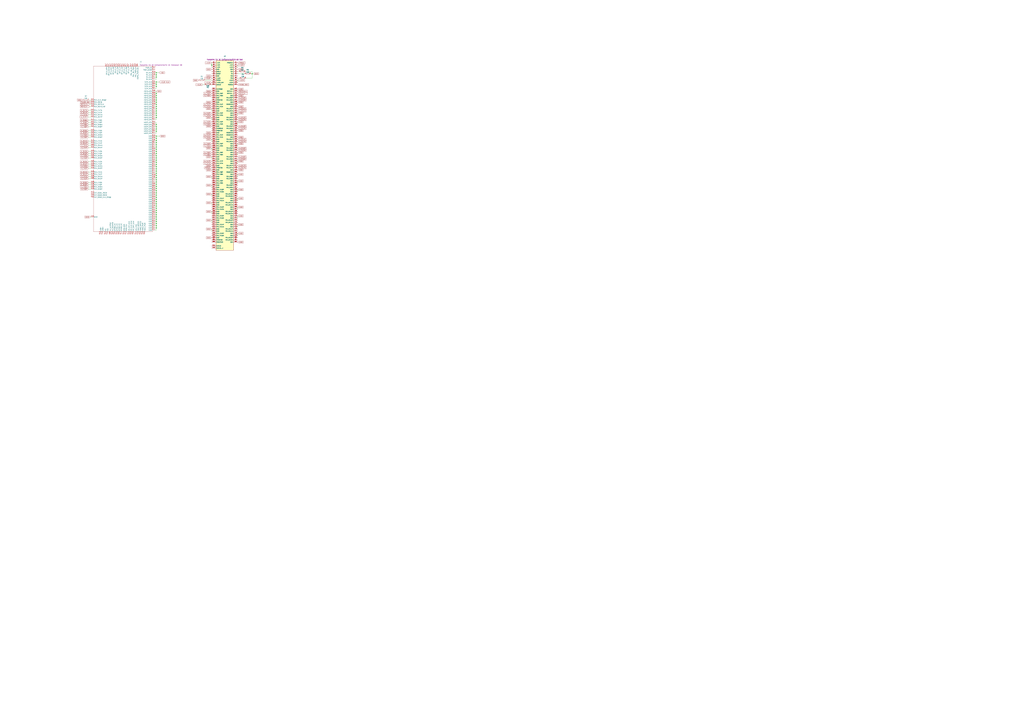
<source format=kicad_sch>
(kicad_sch (version 20231120) (generator "eeschema") (generator_version "8.0")
  (paper "A0")
  (lib_symbols
    (symbol "FW 16 Components:0603"
      (property "Reference" "R" (at 0 0 0))
      (symbol "0603_1_0"
        (pin passive line (at -3.81 1.27 0) (length 1.905) (name "") (number "1"))
        (pin passive line (at 3.81 1.27 180) (length 1.905) (name "") (number "2"))
      )
    )
    (symbol "FW 16 Components:Interposer_DB_"
      (property "Reference" "J" (at 0 -1.27 0))
      (property "Footprint" "FW 16 Components:FW 16 Interposer DB" (at -28.575 1.27 90) (show_name))
      (symbol "Interposer_DB__1_1"
        (pin bidirectional line (at -37.465 21.59 0) (length 2.54) (name "GND") (number "GND"))
        (pin bidirectional line (at 36.195 123.825 180) (length 2.54) (name "VADP_GPU") (number "PA1"))
        (pin bidirectional line (at 36.195 131.445 180) (length 2.54) (name "VADP_GPU") (number "PA2"))
        (pin bidirectional line (at 36.195 29.21 180) (length 2.54) (name "GND") (number "PA3"))
        (pin bidirectional line (at 36.195 173.355 180) (length 2.54) (name "3.3V_ALW") (number "PA4"))
        (pin bidirectional line (at 36.195 178.435 180) (length 2.54) (name "3.3V_ALW") (number "PA5"))
        (pin bidirectional line (at 36.195 59.69 180) (length 2.54) (name "GND") (number "PA6"))
        (pin bidirectional line (at 36.195 149.86 180) (length 2.54) (name "VSYS_GPU") (number "PA7"))
        (pin bidirectional line (at 36.195 167.64 180) (length 2.54) (name "VSYS_GPU") (number "PA8"))
        (pin bidirectional line (at 36.195 121.285 180) (length 2.54) (name "VADP_GPU") (number "PB1"))
        (pin bidirectional line (at 36.195 128.905 180) (length 2.54) (name "VADP_GPU") (number "PB2"))
        (pin bidirectional line (at 36.195 26.67 180) (length 2.54) (name "GND") (number "PB3"))
        (pin bidirectional line (at 36.195 170.815 180) (length 2.54) (name "3.3V_ALW") (number "PB4"))
        (pin bidirectional line (at 36.195 175.895 180) (length 2.54) (name "3.3V_ALW") (number "PB5"))
        (pin bidirectional line (at 36.195 57.15 180) (length 2.54) (name "GND") (number "PB6"))
        (pin bidirectional line (at 36.195 147.32 180) (length 2.54) (name "VSYS_GPU") (number "PB7"))
        (pin bidirectional line (at 36.195 165.1 180) (length 2.54) (name "VSYS_GPU") (number "PB8"))
        (pin bidirectional line (at 36.195 118.745 180) (length 2.54) (name "VADP_GPU") (number "PC1"))
        (pin bidirectional line (at 36.195 126.365 180) (length 2.54) (name "VADP_GPU") (number "PC2"))
        (pin bidirectional line (at 8.89 1.905 90) (length 2.54) (name "I2C_CLK_ALW") (number "PC3"))
        (pin bidirectional line (at 36.195 54.61 180) (length 2.54) (name "GND") (number "PC6"))
        (pin bidirectional line (at 36.195 144.78 180) (length 2.54) (name "VSYS_GPU") (number "PC7"))
        (pin bidirectional line (at 36.195 162.56 180) (length 2.54) (name "VSYS_GPU") (number "PC8"))
        (pin bidirectional line (at 36.195 11.43 180) (length 2.54) (name "GND") (number "PD1"))
        (pin bidirectional line (at 36.195 16.51 180) (length 2.54) (name "GND") (number "PD2"))
        (pin bidirectional line (at 11.43 1.905 90) (length 2.54) (name "I2C_DAT_ALW") (number "PD3"))
        (pin bidirectional line (at 36.195 52.07 180) (length 2.54) (name "GND") (number "PD6"))
        (pin bidirectional line (at 36.195 142.24 180) (length 2.54) (name "VSYS_GPU") (number "PD7"))
        (pin bidirectional line (at 36.195 160.02 180) (length 2.54) (name "VSYS_GPU") (number "PD8"))
        (pin bidirectional line (at 36.195 8.89 180) (length 2.54) (name "GND") (number "PE1"))
        (pin bidirectional line (at 36.195 13.97 180) (length 2.54) (name "GND") (number "PE2"))
        (pin bidirectional line (at 36.195 24.13 180) (length 2.54) (name "GND") (number "PE3"))
        (pin bidirectional line (at 36.195 49.53 180) (length 2.54) (name "GND") (number "PE6"))
        (pin bidirectional line (at 36.195 139.7 180) (length 2.54) (name "VSYS_GPU") (number "PE7"))
        (pin bidirectional line (at 36.195 157.48 180) (length 2.54) (name "VSYS_GPU") (number "PE8"))
        (pin bidirectional line (at 36.195 6.35 180) (length 2.54) (name "GND") (number "PF1"))
        (pin bidirectional line (at 6.35 1.905 90) (length 2.54) (name "I2C_INT_ALW") (number "PF2"))
        (pin bidirectional line (at -37.465 49.53 0) (length 2.54) (name "EXT_SSD1_RST#") (number "PF3"))
        (pin bidirectional line (at 36.195 46.99 180) (length 2.54) (name "GND") (number "PF6"))
        (pin bidirectional line (at 36.195 137.16 180) (length 2.54) (name "VSYS_GPU") (number "PF7"))
        (pin bidirectional line (at 36.195 154.94 180) (length 2.54) (name "VSYS_GPU") (number "PF8"))
        (pin bidirectional line (at -10.16 1.905 90) (length 2.54) (name "GPIO0_EC") (number "PG1"))
        (pin bidirectional line (at -37.465 44.45 0) (length 2.54) (name "EXT_SSD2_CLK_REQ#") (number "PG2"))
        (pin bidirectional line (at -37.465 46.99 0) (length 2.54) (name "EXT_SSD2_RST#") (number "PG3"))
        (pin bidirectional line (at 36.195 44.45 180) (length 2.54) (name "GND") (number "PG6"))
        (pin bidirectional line (at 36.195 134.62 180) (length 2.54) (name "VSYS_GPU") (number "PG7"))
        (pin bidirectional line (at 36.195 152.4 180) (length 2.54) (name "VSYS_GPU") (number "PG8"))
        (pin bidirectional line (at -7.62 1.905 90) (length 2.54) (name "GPIO1_EC") (number "PH1"))
        (pin bidirectional line (at 19.685 1.905 90) (length 2.54) (name "FAN0_SPEED") (number "PH2"))
        (pin bidirectional line (at 36.195 21.59 180) (length 2.54) (name "GND") (number "PH3"))
        (pin bidirectional line (at 36.195 41.91 180) (length 2.54) (name "GND") (number "PH6"))
        (pin bidirectional line (at 36.195 64.77 180) (length 2.54) (name "GND") (number "PH7"))
        (pin bidirectional line (at 36.195 69.85 180) (length 2.54) (name "GND") (number "PH8"))
        (pin output line (at -18.415 1.905 90) (length 2.54) (name "ID0") (number "PJ1"))
        (pin bidirectional line (at 17.145 1.905 90) (length 2.54) (name "FAN1_SPEED") (number "PJ2"))
        (pin bidirectional line (at -24.13 1.905 90) (length 2.54) (name "USB+") (number "PJ3"))
        (pin bidirectional line (at 36.195 39.37 180) (length 2.54) (name "GND") (number "PJ6"))
        (pin bidirectional line (at 36.195 62.23 180) (length 2.54) (name "GND") (number "PJ7"))
        (pin bidirectional line (at 36.195 67.31 180) (length 2.54) (name "GND") (number "PJ8"))
        (pin bidirectional line (at 0.635 1.905 90) (length 2.54) (name "DDS_SDA") (number "PK1"))
        (pin bidirectional line (at 36.195 194.945 180) (length 2.54) (name "PWR_EN") (number "PK2"))
        (pin bidirectional line (at -26.67 1.905 90) (length 2.54) (name "USB-") (number "PK3"))
        (pin bidirectional line (at 36.195 31.75 180) (length 2.54) (name "GND") (number "PK4"))
        (pin bidirectional line (at 24.765 1.905 90) (length 2.54) (name "FAN1_PWM") (number "PK5"))
        (pin bidirectional line (at 36.195 36.83 180) (length 2.54) (name "GND") (number "PK6"))
        (pin bidirectional line (at 36.195 184.15 180) (length 2.54) (name "5V_ALW") (number "PK7"))
        (pin bidirectional line (at 36.195 189.23 180) (length 2.54) (name "5V_ALW") (number "PK8"))
        (pin bidirectional line (at 36.195 192.405 180) (length 2.54) (name "PWR_GOOD") (number "PL1"))
        (pin bidirectional line (at 3.175 1.905 90) (length 2.54) (name "DDS_CLK") (number "PL2"))
        (pin bidirectional line (at 36.195 19.05 180) (length 2.54) (name "GND") (number "PL3"))
        (pin bidirectional line (at 14.605 1.905 90) (length 2.54) (name "12V_FAN") (number "PL4"))
        (pin bidirectional line (at 22.225 1.905 90) (length 2.54) (name "FAN0_PWM") (number "PL5"))
        (pin bidirectional line (at 36.195 34.29 180) (length 2.54) (name "GND") (number "PL6"))
        (pin bidirectional line (at 36.195 181.61 180) (length 2.54) (name "5V_ALW") (number "PL7"))
        (pin bidirectional line (at 36.195 186.69 180) (length 2.54) (name "5V_ALW") (number "PL8"))
        (pin bidirectional line (at -37.465 126.365 0) (length 2.54) (name "PEX_RX6P") (number "SA1"))
        (pin bidirectional line (at -5.08 1.905 90) (length 2.54) (name "GPIO2_EC") (number "SA2"))
        (pin bidirectional line (at -37.465 102.235 0) (length 2.54) (name "PEX_RX4P") (number "SA3"))
        (pin bidirectional line (at -37.465 157.48 0) (length 2.54) (name "PEX_CLK_REQ#") (number "SA4"))
        (pin bidirectional line (at -37.465 154.94 0) (length 2.54) (name "PEX_RST#") (number "SA5"))
        (pin bidirectional line (at -37.465 92.71 0) (length 2.54) (name "PEX_RX3N") (number "SA6"))
        (pin bidirectional line (at -19.685 199.39 270) (length 2.54) (name "DP_A_HPD") (number "SA7"))
        (pin bidirectional line (at -37.465 68.58 0) (length 2.54) (name "PEX_RX1N") (number "SA8"))
        (pin bidirectional line (at -37.465 128.905 0) (length 2.54) (name "PEX_RX6N") (number "SB1"))
        (pin bidirectional line (at 36.195 85.09 180) (length 2.54) (name "GND") (number "SB2"))
        (pin bidirectional line (at -37.465 104.775 0) (length 2.54) (name "PEX_RX4N") (number "SB3"))
        (pin bidirectional line (at 16.51 199.39 270) (length 2.54) (name "DGPU_PWM_SEL") (number "SB4"))
        (pin bidirectional line (at -15.24 1.905 90) (length 2.54) (name "TH_ALERT#") (number "SB5"))
        (pin bidirectional line (at -37.465 90.17 0) (length 2.54) (name "PEX_RX3P") (number "SB6"))
        (pin bidirectional line (at 36.195 107.95 180) (length 2.54) (name "GND") (number "SB7"))
        (pin bidirectional line (at -37.465 66.04 0) (length 2.54) (name "PEX_RX1P") (number "SB8"))
        (pin bidirectional line (at 36.195 77.47 180) (length 2.54) (name "GND") (number "SC1"))
        (pin bidirectional line (at -37.465 152.4 0) (length 2.54) (name "PEX_REFCLK") (number "SC2"))
        (pin bidirectional line (at 36.195 92.71 180) (length 2.54) (name "GND") (number "SC3"))
        (pin bidirectional line (at 36.195 100.33 180) (length 2.54) (name "GND") (number "SC6"))
        (pin bidirectional line (at -1.905 199.39 270) (length 2.54) (name "DP_A_L1#") (number "SC7"))
        (pin bidirectional line (at 36.195 115.57 180) (length 2.54) (name "GND") (number "SC8"))
        (pin bidirectional line (at -37.465 137.795 0) (length 2.54) (name "PEX_RX7P") (number "SD1"))
        (pin bidirectional line (at -37.465 149.86 0) (length 2.54) (name "PEX_REFCLK#") (number "SD2"))
        (pin bidirectional line (at -37.465 114.3 0) (length 2.54) (name "PEX_RX5P") (number "SD3"))
        (pin bidirectional line (at -37.465 80.645 0) (length 2.54) (name "PEX_RX2N") (number "SD6"))
        (pin bidirectional line (at 0.635 199.39 270) (length 2.54) (name "DP_A_L1") (number "SD7"))
        (pin bidirectional line (at -37.465 56.515 0) (length 2.54) (name "PEX_RX0N") (number "SD8"))
        (pin bidirectional line (at -37.465 140.335 0) (length 2.54) (name "PEX_RX7N") (number "SE1"))
        (pin bidirectional line (at 36.195 82.55 180) (length 2.54) (name "GND") (number "SE2"))
        (pin bidirectional line (at -37.465 116.84 0) (length 2.54) (name "PEX_RX5N") (number "SE3"))
        (pin bidirectional line (at -37.465 78.105 0) (length 2.54) (name "PEX_RX2P") (number "SE6"))
        (pin bidirectional line (at 36.195 105.41 180) (length 2.54) (name "GND") (number "SE7"))
        (pin bidirectional line (at -37.465 53.975 0) (length 2.54) (name "PEX_RX0P") (number "SE8"))
        (pin bidirectional line (at 36.195 74.93 180) (length 2.54) (name "GND") (number "SF1"))
        (pin bidirectional line (at -12.065 199.39 270) (length 2.54) (name "DP_A_L3#") (number "SF2"))
        (pin bidirectional line (at 36.195 90.17 180) (length 2.54) (name "GND") (number "SF3"))
        (pin bidirectional line (at 36.195 97.79 180) (length 2.54) (name "GND") (number "SF6"))
        (pin bidirectional line (at 3.175 199.39 270) (length 2.54) (name "DP_A_L0#") (number "SF7"))
        (pin bidirectional line (at 36.195 113.03 180) (length 2.54) (name "GND") (number "SF8"))
        (pin bidirectional line (at -37.465 142.875 0) (length 2.54) (name "PEX_TX7P") (number "SG1"))
        (pin bidirectional line (at -9.525 199.39 270) (length 2.54) (name "DA_A_L3") (number "SG2"))
        (pin bidirectional line (at -37.465 119.38 0) (length 2.54) (name "PEX_TX5P") (number "SG3"))
        (pin bidirectional line (at -37.465 85.725 0) (length 2.54) (name "PEX_TX2N") (number "SG6"))
        (pin bidirectional line (at 5.715 199.39 270) (length 2.54) (name "DP_A_L0") (number "SG7"))
        (pin bidirectional line (at -37.465 61.595 0) (length 2.54) (name "PEX_TX0N") (number "SG8"))
        (pin bidirectional line (at -37.465 145.415 0) (length 2.54) (name "PEX_TX7N") (number "SH1"))
        (pin bidirectional line (at 36.195 80.01 180) (length 2.54) (name "GND") (number "SH2"))
        (pin bidirectional line (at -37.465 121.92 0) (length 2.54) (name "PEX_TX5N") (number "SH3"))
        (pin bidirectional line (at -37.465 83.185 0) (length 2.54) (name "PEX_TX2P") (number "SH6"))
        (pin bidirectional line (at 36.195 102.87 180) (length 2.54) (name "GND") (number "SH7"))
        (pin bidirectional line (at -37.465 59.055 0) (length 2.54) (name "PEX_TX0P") (number "SH8"))
        (pin output line (at 36.195 72.39 180) (length 2.54) (name "GND") (number "SJ1"))
        (pin bidirectional line (at -6.985 199.39 270) (length 2.54) (name "DP_A_L2#") (number "SJ2"))
        (pin bidirectional line (at 36.195 87.63 180) (length 2.54) (name "GND") (number "SJ3"))
        (pin bidirectional line (at 36.195 95.25 180) (length 2.54) (name "GND") (number "SJ6"))
        (pin bidirectional line (at -17.145 199.39 270) (length 2.54) (name "DP_A_AUX#") (number "SJ7"))
        (pin bidirectional line (at 36.195 110.49 180) (length 2.54) (name "GND") (number "SJ8"))
        (pin bidirectional line (at -37.465 131.445 0) (length 2.54) (name "PEX_TX6P") (number "SK1"))
        (pin bidirectional line (at -4.445 199.39 270) (length 2.54) (name "DP_A_L2") (number "SK2"))
        (pin bidirectional line (at -37.465 107.315 0) (length 2.54) (name "PEX_TX4P") (number "SK3"))
        (pin bidirectional line (at 11.43 199.39 270) (length 2.54) (name "PNL_BL_PWM") (number "SK4"))
        (pin bidirectional line (at 13.97 199.39 270) (length 2.54) (name "PNL_PWM_EN") (number "SK5"))
        (pin bidirectional line (at -37.465 97.79 0) (length 2.54) (name "PEX_TX3N") (number "SK6"))
        (pin bidirectional line (at -14.605 199.39 270) (length 2.54) (name "DP_A_AUX") (number "SK7"))
        (pin bidirectional line (at -37.465 73.66 0) (length 2.54) (name "PEX_TX1N") (number "SK8"))
        (pin bidirectional line (at -37.465 133.985 0) (length 2.54) (name "PEX_TX6N") (number "SL1"))
        (pin bidirectional line (at -20.955 1.905 90) (length 2.54) (name "ID1") (number "SL2"))
        (pin bidirectional line (at -37.465 109.855 0) (length 2.54) (name "PEX_TX4N") (number "SL3"))
        (pin bidirectional line (at 8.89 199.39 270) (length 2.54) (name "PNL_BL_EN") (number "SL4"))
        (pin bidirectional line (at -12.7 1.905 90) (length 2.54) (name "TH_OVERT#") (number "SL5"))
        (pin bidirectional line (at -37.465 95.25 0) (length 2.54) (name "PEX_TX3P") (number "SL6"))
        (pin bidirectional line (at -2.54 1.905 90) (length 2.54) (name "GPIO3_EC") (number "SL7"))
        (pin bidirectional line (at -37.465 71.12 0) (length 2.54) (name "PEX_TX1P") (number "SL8"))
      )
    )
    (symbol "FW 16 Components:PCI-Ex16"
      (property "Reference" "J" (at 0 0 0))
      (symbol "PCI-Ex16_1_0"
        (pin passive line (at 15.875 219.71 180) (length 5.08) (name "PRNST#1") (number "A1"))
        (pin passive line (at 15.875 196.85 180) (length 5.08) (name "+3.3V") (number "A10"))
        (pin passive line (at 15.875 194.31 180) (length 5.08) (name "PERST#") (number "A11"))
        (pin passive line (at 15.875 189.23 180) (length 5.08) (name "GND") (number "A12"))
        (pin passive line (at 15.875 186.69 180) (length 5.08) (name "REFCLK+") (number "A13"))
        (pin passive line (at 15.875 184.15 180) (length 5.08) (name "REFCLK-") (number "A14"))
        (pin passive line (at 15.875 181.61 180) (length 5.08) (name "GND") (number "A15"))
        (pin passive line (at 15.875 179.07 180) (length 5.08) (name "PEX_RX0P") (number "A16"))
        (pin passive line (at 15.875 176.53 180) (length 5.08) (name "PEX_RX0N") (number "A17"))
        (pin passive line (at 15.875 173.99 180) (length 5.08) (name "GND") (number "A18"))
        (pin passive line (at 15.875 171.45 180) (length 5.08) (name "RESERVED") (number "A19"))
        (pin passive line (at 15.875 217.17 180) (length 5.08) (name "+12V") (number "A2"))
        (pin passive line (at 15.875 168.91 180) (length 5.08) (name "GND") (number "A20"))
        (pin passive line (at 15.875 166.37 180) (length 5.08) (name "PEX_RX1P") (number "A21"))
        (pin passive line (at 15.875 163.83 180) (length 5.08) (name "PEX_RX1N") (number "A22"))
        (pin passive line (at 15.875 161.29 180) (length 5.08) (name "GND") (number "A23"))
        (pin passive line (at 15.875 158.75 180) (length 5.08) (name "GND") (number "A24"))
        (pin passive line (at 15.875 156.21 180) (length 5.08) (name "PEX_RX2P") (number "A25"))
        (pin passive line (at 15.875 153.67 180) (length 5.08) (name "PEX_RX2N") (number "A26"))
        (pin passive line (at 15.875 151.13 180) (length 5.08) (name "GND") (number "A27"))
        (pin passive line (at 15.875 148.59 180) (length 5.08) (name "GND") (number "A28"))
        (pin passive line (at 15.875 146.05 180) (length 5.08) (name "PEX_RX3P") (number "A29"))
        (pin passive line (at 15.875 214.63 180) (length 5.08) (name "+12V") (number "A3"))
        (pin passive line (at 15.875 143.51 180) (length 5.08) (name "PEX_RX3N") (number "A30"))
        (pin passive line (at 15.875 140.97 180) (length 5.08) (name "GND") (number "A31"))
        (pin passive line (at 15.875 138.43 180) (length 5.08) (name "RESERVED") (number "A32"))
        (pin passive line (at 15.875 135.89 180) (length 5.08) (name "RESERVED") (number "A33"))
        (pin passive line (at 15.875 133.35 180) (length 5.08) (name "GND") (number "A34"))
        (pin passive line (at 15.875 130.81 180) (length 5.08) (name "PEX_RX4P") (number "A35"))
        (pin passive line (at 15.875 128.27 180) (length 5.08) (name "PEX_RX4N") (number "A36"))
        (pin passive line (at 15.875 125.73 180) (length 5.08) (name "GND") (number "A37"))
        (pin passive line (at 15.875 123.19 180) (length 5.08) (name "GND") (number "A38"))
        (pin passive line (at 15.875 120.65 180) (length 5.08) (name "PEX_RX5P") (number "A39"))
        (pin passive line (at 15.875 212.09 180) (length 5.08) (name "GND") (number "A4"))
        (pin passive line (at 15.875 118.11 180) (length 5.08) (name "PEX_RX5N") (number "A40"))
        (pin passive line (at 15.875 115.57 180) (length 5.08) (name "GND") (number "A41"))
        (pin passive line (at 15.875 113.03 180) (length 5.08) (name "GND") (number "A42"))
        (pin passive line (at 15.875 110.49 180) (length 5.08) (name "PEX_RX6P") (number "A43"))
        (pin passive line (at 15.875 107.95 180) (length 5.08) (name "PEX_RX6N") (number "A44"))
        (pin passive line (at 15.875 105.41 180) (length 5.08) (name "GND") (number "A45"))
        (pin passive line (at 15.875 102.87 180) (length 5.08) (name "GND") (number "A46"))
        (pin passive line (at 15.875 100.33 180) (length 5.08) (name "PEX_RX7P") (number "A47"))
        (pin passive line (at 15.875 97.79 180) (length 5.08) (name "PEX_RX7N") (number "A48"))
        (pin passive line (at 15.875 95.25 180) (length 5.08) (name "GND") (number "A49"))
        (pin passive line (at 15.875 209.55 180) (length 5.08) (name "TCK") (number "A5"))
        (pin passive line (at 15.875 92.71 180) (length 5.08) (name "RESERVED") (number "A50"))
        (pin passive line (at 15.875 90.17 180) (length 5.08) (name "GND") (number "A51"))
        (pin passive line (at 15.875 87.63 180) (length 5.08) (name "PEX_RX8P") (number "A52"))
        (pin passive line (at 15.875 85.09 180) (length 5.08) (name "PEX_RX8N") (number "A53"))
        (pin passive line (at 15.875 82.55 180) (length 5.08) (name "GND") (number "A54"))
        (pin passive line (at 15.875 80.01 180) (length 5.08) (name "GND") (number "A55"))
        (pin passive line (at 15.875 77.47 180) (length 5.08) (name "PEX_RX9P") (number "A56"))
        (pin passive line (at 15.875 74.93 180) (length 5.08) (name "PEX_RX9N") (number "A57"))
        (pin passive line (at 15.875 72.39 180) (length 5.08) (name "GND") (number "A58"))
        (pin passive line (at 15.875 69.85 180) (length 5.08) (name "GND") (number "A59"))
        (pin passive line (at 15.875 207.01 180) (length 5.08) (name "TDI") (number "A6"))
        (pin passive line (at 15.875 67.31 180) (length 5.08) (name "PEX_RX10P") (number "A60"))
        (pin passive line (at 15.875 64.77 180) (length 5.08) (name "PEX_RX10N") (number "A61"))
        (pin passive line (at 15.875 62.23 180) (length 5.08) (name "GND") (number "A62"))
        (pin passive line (at 15.875 59.69 180) (length 5.08) (name "GND") (number "A63"))
        (pin passive line (at 15.875 57.15 180) (length 5.08) (name "PEX_RX11P") (number "A64"))
        (pin passive line (at 15.875 54.61 180) (length 5.08) (name "PEX_RX11N") (number "A65"))
        (pin passive line (at 15.875 52.07 180) (length 5.08) (name "GND") (number "A66"))
        (pin passive line (at 15.875 49.53 180) (length 5.08) (name "GND") (number "A67"))
        (pin passive line (at 15.875 46.99 180) (length 5.08) (name "PEX_RX12P") (number "A68"))
        (pin passive line (at 15.875 44.45 180) (length 5.08) (name "PEX_RX12N") (number "A69"))
        (pin passive line (at 15.875 204.47 180) (length 5.08) (name "TDO") (number "A7"))
        (pin passive line (at 15.875 41.91 180) (length 5.08) (name "GND") (number "A70"))
        (pin passive line (at 15.875 39.37 180) (length 5.08) (name "GND") (number "A71"))
        (pin passive line (at 15.875 36.83 180) (length 5.08) (name "PEX_RX13P") (number "A72"))
        (pin passive line (at 15.875 34.29 180) (length 5.08) (name "PEX_RX13N") (number "A73"))
        (pin passive line (at 15.875 31.75 180) (length 5.08) (name "GND") (number "A74"))
        (pin passive line (at 15.875 29.21 180) (length 5.08) (name "GND") (number "A75"))
        (pin passive line (at 15.875 26.67 180) (length 5.08) (name "PEX_RX14P") (number "A76"))
        (pin passive line (at 15.875 24.13 180) (length 5.08) (name "PEX_RX14N") (number "A77"))
        (pin passive line (at 15.875 21.59 180) (length 5.08) (name "GND") (number "A78"))
        (pin passive line (at 15.875 19.05 180) (length 5.08) (name "GND") (number "A79"))
        (pin passive line (at 15.875 201.93 180) (length 5.08) (name "TMS") (number "A8"))
        (pin passive line (at 15.875 16.51 180) (length 5.08) (name "PEX_RX15P") (number "A80"))
        (pin passive line (at 15.875 13.97 180) (length 5.08) (name "PEX_RX15N") (number "A81"))
        (pin passive line (at 15.875 11.43 180) (length 5.08) (name "GND") (number "A82"))
        (pin passive line (at 15.875 199.39 180) (length 5.08) (name "+3.3V") (number "A9"))
        (pin passive line (at -14.605 219.71 0) (length 5.08) (name "+12V") (number "B1"))
        (pin passive line (at -14.605 196.85 0) (length 5.08) (name "+3.3V_AUX") (number "B10"))
        (pin passive line (at -14.605 194.31 0) (length 5.08) (name "WAKE#") (number "B11"))
        (pin passive line (at -14.605 189.23 0) (length 5.08) (name "CLKREQ#") (number "B12"))
        (pin passive line (at -14.605 186.69 0) (length 5.08) (name "GND") (number "B13"))
        (pin passive line (at -14.605 184.15 0) (length 5.08) (name "PEX_TX0P") (number "B14"))
        (pin passive line (at -14.605 181.61 0) (length 5.08) (name "PEX_TX0N") (number "B15"))
        (pin passive line (at -14.605 179.07 0) (length 5.08) (name "GND") (number "B16"))
        (pin passive line (at -14.605 176.53 0) (length 5.08) (name "PRSNT2#") (number "B17"))
        (pin passive line (at -14.605 173.99 0) (length 5.08) (name "GND") (number "B18"))
        (pin passive line (at -14.605 171.45 0) (length 5.08) (name "PEX_TX1P") (number "B19"))
        (pin passive line (at -14.605 217.17 0) (length 5.08) (name "+12V") (number "B2"))
        (pin passive line (at -14.605 168.91 0) (length 5.08) (name "PEX_TX1N") (number "B20"))
        (pin passive line (at -14.605 166.37 0) (length 5.08) (name "GND") (number "B21"))
        (pin passive line (at -14.605 163.83 0) (length 5.08) (name "GND") (number "B22"))
        (pin passive line (at -14.605 161.29 0) (length 5.08) (name "PEX_TX2P") (number "B23"))
        (pin passive line (at -14.605 158.75 0) (length 5.08) (name "PEX_TX2N") (number "B24"))
        (pin passive line (at -14.605 156.21 0) (length 5.08) (name "GND") (number "B25"))
        (pin passive line (at -14.605 153.67 0) (length 5.08) (name "GND") (number "B26"))
        (pin passive line (at -14.605 151.13 0) (length 5.08) (name "PEX_TX3P") (number "B27"))
        (pin passive line (at -14.605 148.59 0) (length 5.08) (name "PEX_TX3N") (number "B28"))
        (pin passive line (at -14.605 146.05 0) (length 5.08) (name "GND") (number "B29"))
        (pin passive line (at -14.605 214.63 0) (length 5.08) (name "+12V") (number "B3"))
        (pin passive line (at -14.605 143.51 0) (length 5.08) (name "PWRBRK#") (number "B30"))
        (pin passive line (at -14.605 140.97 0) (length 5.08) (name "PRSNT2#") (number "B31"))
        (pin passive line (at -14.605 138.43 0) (length 5.08) (name "GND") (number "B32"))
        (pin passive line (at -14.605 135.89 0) (length 5.08) (name "PEX_TX4P") (number "B33"))
        (pin passive line (at -14.605 133.35 0) (length 5.08) (name "PEX_TX4N") (number "B34"))
        (pin passive line (at -14.605 130.81 0) (length 5.08) (name "GND") (number "B35"))
        (pin passive line (at -14.605 128.27 0) (length 5.08) (name "GND") (number "B36"))
        (pin passive line (at -14.605 125.73 0) (length 5.08) (name "PEX_TX5P") (number "B37"))
        (pin passive line (at -14.605 123.19 0) (length 5.08) (name "PEX_TX5N") (number "B38"))
        (pin passive line (at -14.605 120.65 0) (length 5.08) (name "GND") (number "B39"))
        (pin passive line (at -14.605 212.09 0) (length 5.08) (name "GND") (number "B4"))
        (pin passive line (at -14.605 118.11 0) (length 5.08) (name "GND") (number "B40"))
        (pin passive line (at -14.605 115.57 0) (length 5.08) (name "PEX_TX6P") (number "B41"))
        (pin passive line (at -14.605 113.03 0) (length 5.08) (name "PEX_TX6N") (number "B42"))
        (pin passive line (at -14.605 110.49 0) (length 5.08) (name "GND") (number "B43"))
        (pin passive line (at -14.605 107.95 0) (length 5.08) (name "GND") (number "B44"))
        (pin passive line (at -14.605 105.41 0) (length 5.08) (name "PEX_TX7P") (number "B45"))
        (pin passive line (at -14.605 102.87 0) (length 5.08) (name "PEX_TX7N") (number "B46"))
        (pin passive line (at -14.605 100.33 0) (length 5.08) (name "GND") (number "B47"))
        (pin passive line (at -14.605 97.79 0) (length 5.08) (name "PRSNT2#") (number "B48"))
        (pin passive line (at -14.605 95.25 0) (length 5.08) (name "GND") (number "B49"))
        (pin passive line (at -14.605 209.55 0) (length 5.08) (name "SMCLK") (number "B5"))
        (pin passive line (at -14.605 92.71 0) (length 5.08) (name "PEX_TX8P") (number "B50"))
        (pin passive line (at -14.605 90.17 0) (length 5.08) (name "PEX_TX8N") (number "B51"))
        (pin passive line (at -14.605 87.63 0) (length 5.08) (name "GND") (number "B52"))
        (pin passive line (at -14.605 85.09 0) (length 5.08) (name "GND") (number "B53"))
        (pin passive line (at -14.605 82.55 0) (length 5.08) (name "PEX_TX9P") (number "B54"))
        (pin passive line (at -14.605 80.01 0) (length 5.08) (name "PEX_TX9N") (number "B55"))
        (pin passive line (at -14.605 77.47 0) (length 5.08) (name "GND") (number "B56"))
        (pin passive line (at -14.605 74.93 0) (length 5.08) (name "GND") (number "B57"))
        (pin passive line (at -14.605 72.39 0) (length 5.08) (name "PEX_TX10P") (number "B58"))
        (pin passive line (at -14.605 69.85 0) (length 5.08) (name "PEX_TX10N") (number "B59"))
        (pin passive line (at -14.605 207.01 0) (length 5.08) (name "SMDAT") (number "B6"))
        (pin passive line (at -14.605 67.31 0) (length 5.08) (name "GND") (number "B60"))
        (pin passive line (at -14.605 64.77 0) (length 5.08) (name "GND") (number "B61"))
        (pin passive line (at -14.605 62.23 0) (length 5.08) (name "PEX_TX11P") (number "B62"))
        (pin passive line (at -14.605 59.69 0) (length 5.08) (name "PEX_TX11N") (number "B63"))
        (pin passive line (at -14.605 57.15 0) (length 5.08) (name "GND") (number "B64"))
        (pin passive line (at -14.605 54.61 0) (length 5.08) (name "GND") (number "B65"))
        (pin passive line (at -14.605 52.07 0) (length 5.08) (name "PEX_TX12P") (number "B66"))
        (pin passive line (at -14.605 49.53 0) (length 5.08) (name "PEX_TX12N") (number "B67"))
        (pin passive line (at -14.605 46.99 0) (length 5.08) (name "GND") (number "B68"))
        (pin passive line (at -14.605 44.45 0) (length 5.08) (name "GND") (number "B69"))
        (pin passive line (at -14.605 204.47 0) (length 5.08) (name "GND") (number "B7"))
        (pin passive line (at -14.605 41.91 0) (length 5.08) (name "PEX_TX13P") (number "B70"))
        (pin passive line (at -14.605 39.37 0) (length 5.08) (name "PEX_TX13N") (number "B71"))
        (pin passive line (at -14.605 36.83 0) (length 5.08) (name "GND") (number "B72"))
        (pin passive line (at -14.605 34.29 0) (length 5.08) (name "GND") (number "B73"))
        (pin passive line (at -14.605 31.75 0) (length 5.08) (name "PEX_TX14P") (number "B74"))
        (pin passive line (at -14.605 29.21 0) (length 5.08) (name "PEX_TX14N") (number "B75"))
        (pin passive line (at -14.605 26.67 0) (length 5.08) (name "GND") (number "B76"))
        (pin passive line (at -14.605 24.13 0) (length 5.08) (name "GND") (number "B77"))
        (pin passive line (at -14.605 21.59 0) (length 5.08) (name "PEX_TX15P") (number "B78"))
        (pin passive line (at -14.605 19.05 0) (length 5.08) (name "PEX_TX15N") (number "B79"))
        (pin passive line (at -14.605 201.93 0) (length 5.08) (name "+3.3V") (number "B8"))
        (pin passive line (at -14.605 16.51 0) (length 5.08) (name "GND") (number "B80"))
        (pin passive line (at -14.605 13.97 0) (length 5.08) (name "PRNST2#") (number "B81"))
        (pin passive line (at -14.605 11.43 0) (length 5.08) (name "RESERVED") (number "B82"))
        (pin passive line (at -14.605 199.39 0) (length 5.08) (name "TRST#") (number "B9"))
        (pin passive line (at -14.605 6.985 0) (length 5.08) (name "SHIELD") (number "SH1"))
        (pin passive line (at -14.605 4.445 0) (length 5.08) (name "SHIELD__1") (number "SH2"))
      )
    )
  )
  (junction (at 245.745 75.565))
  (junction (at 181.61 191.135))
  (junction (at 181.61 259.715))
  (junction (at 181.61 170.815))
  (junction (at 181.61 213.995))
  (junction (at 181.61 236.855))
  (junction (at 181.61 196.215))
  (junction (at 181.61 147.32))
  (junction (at 181.61 89.535))
  (junction (at 181.61 229.235))
  (junction (at 181.61 178.435))
  (junction (at 181.61 131.445))
  (junction (at 181.61 152.4))
  (junction (at 181.61 100.33))
  (junction (at 181.61 123.825))
  (junction (at 181.61 201.295))
  (junction (at 181.61 264.795))
  (junction (at 181.61 121.285))
  (junction (at 181.61 211.455))
  (junction (at 181.61 126.365))
  (junction (at 181.61 234.315))
  (junction (at 181.61 158.115))
  (junction (at 181.61 116.205))
  (junction (at 181.61 113.665))
  (junction (at 181.61 254.635))
  (junction (at 181.61 86.995))
  (junction (at 181.61 160.655))
  (junction (at 181.61 84.455))
  (junction (at 181.61 257.175))
  (junction (at 181.61 188.595))
  (junction (at 181.61 173.355))
  (junction (at 181.61 175.895))
  (junction (at 181.61 219.075))
  (junction (at 181.61 165.735))
  (junction (at 181.61 149.86))
  (junction (at 181.61 206.375))
  (junction (at 181.61 239.395))
  (junction (at 181.61 241.935))
  (junction (at 181.61 183.515))
  (junction (at 181.61 226.695))
  (junction (at 181.61 216.535))
  (junction (at 181.61 193.675))
  (junction (at 181.61 221.615))
  (junction (at 181.61 95.25))
  (junction (at 181.61 249.555))
  (junction (at 181.61 97.79))
  (junction (at 181.61 118.745))
  (junction (at 181.61 180.975))
  (junction (at 181.61 231.775))
  (junction (at 292.735 85.725))
  (junction (at 181.61 163.195))
  (junction (at 181.61 203.835))
  (junction (at 181.61 168.275))
  (junction (at 181.61 244.475))
  (junction (at 181.61 186.055))
  (junction (at 181.61 252.095))
  (junction (at 181.61 144.78))
  (junction (at 181.61 247.015))
  (junction (at 181.61 224.155))
  (junction (at 181.61 262.255))
  (junction (at 181.61 128.905))
  (junction (at 181.61 136.525))
  (junction (at 181.61 111.125))
  (junction (at 181.61 208.915))
  (junction (at 181.61 133.985))
  (junction (at 181.61 198.755))
  (junction (at 181.61 108.585))
  (wire (pts (xy 102.87 193.04) (xy 106.045 193.04)))
  (wire (pts (xy 181.61 175.895) (xy 181.61 178.435)))
  (wire (pts (xy 102.87 156.845) (xy 106.045 156.845)))
  (wire (pts (xy 179.705 186.055) (xy 181.61 186.055)))
  (wire (pts (xy 245.745 73.025) (xy 245.745 75.565)))
  (wire (pts (xy 292.735 85.725) (xy 292.735 90.805)))
  (wire (pts (xy 179.705 131.445) (xy 181.61 131.445)))
  (wire (pts (xy 181.61 160.655) (xy 181.61 163.195)))
  (wire (pts (xy 104.775 252.095) (xy 106.045 252.095)))
  (wire (pts (xy 181.61 84.455) (xy 184.785 84.455)))
  (wire (pts (xy 181.61 89.535) (xy 181.61 92.075)))
  (wire (pts (xy 181.61 168.275) (xy 181.61 170.815)))
  (wire (pts (xy 181.61 226.695) (xy 181.61 229.235)))
  (wire (pts (xy 179.705 221.615) (xy 181.61 221.615)))
  (wire (pts (xy 276.225 187.325) (xy 276.225 189.865)))
  (wire (pts (xy 179.705 252.095) (xy 181.61 252.095)))
  (wire (pts (xy 179.705 262.255) (xy 181.61 262.255)))
  (wire (pts (xy 276.225 177.165) (xy 276.225 179.705)))
  (wire (pts (xy 179.705 106.045) (xy 181.61 106.045)))
  (wire (pts (xy 102.87 168.91) (xy 106.045 168.91)))
  (wire (pts (xy 292.735 83.185) (xy 292.735 85.725)))
  (wire (pts (xy 181.61 95.25) (xy 181.61 97.79)))
  (wire (pts (xy 181.61 86.995) (xy 181.61 89.535)))
  (wire (pts (xy 102.87 144.78) (xy 106.045 144.78)))
  (wire (pts (xy 278.13 90.805) (xy 276.225 90.805)))
  (wire (pts (xy 245.745 136.525) (xy 245.745 139.065)))
  (wire (pts (xy 179.705 219.075) (xy 181.61 219.075)))
  (wire (pts (xy 181.61 239.395) (xy 181.61 241.935)))
  (wire (pts (xy 181.61 236.855) (xy 181.61 239.395)))
  (wire (pts (xy 181.61 224.155) (xy 181.61 226.695)))
  (wire (pts (xy 179.705 170.815) (xy 181.61 170.815)))
  (wire (pts (xy 245.745 205.105) (xy 245.745 207.645)))
  (wire (pts (xy 245.745 75.565) (xy 245.745 78.105)))
  (wire (pts (xy 179.705 149.86) (xy 181.61 149.86)))
  (wire (pts (xy 181.61 252.095) (xy 181.61 254.635)))
  (wire (pts (xy 276.225 202.565) (xy 276.225 205.105)))
  (wire (pts (xy 276.225 141.605) (xy 276.225 144.145)))
  (wire (pts (xy 179.705 224.155) (xy 181.61 224.155)))
  (wire (pts (xy 179.705 206.375) (xy 181.61 206.375)))
  (wire (pts (xy 179.705 264.795) (xy 181.61 264.795)))
  (wire (pts (xy 181.61 126.365) (xy 181.61 128.905)))
  (wire (pts (xy 276.225 167.005) (xy 276.225 169.545)))
  (wire (pts (xy 102.87 128.27) (xy 106.045 128.27)))
  (wire (pts (xy 179.705 163.195) (xy 181.61 163.195)))
  (wire (pts (xy 181.61 229.235) (xy 181.61 231.775)))
  (wire (pts (xy 181.61 123.825) (xy 181.61 126.365)))
  (wire (pts (xy 181.61 264.795) (xy 181.61 267.335)))
  (wire (pts (xy 102.87 205.105) (xy 106.045 205.105)))
  (wire (pts (xy 179.705 254.635) (xy 181.61 254.635)))
  (wire (pts (xy 181.61 254.635) (xy 181.61 257.175)))
  (wire (pts (xy 294.005 85.725) (xy 292.735 85.725)))
  (wire (pts (xy 179.705 175.895) (xy 181.61 175.895)))
  (wire (pts (xy 179.705 168.275) (xy 181.61 168.275)))
  (wire (pts (xy 181.61 108.585) (xy 181.61 111.125)))
  (wire (pts (xy 181.61 211.455) (xy 181.61 213.995)))
  (wire (pts (xy 181.61 97.79) (xy 181.61 100.33)))
  (wire (pts (xy 285.75 90.805) (xy 292.735 90.805)))
  (wire (pts (xy 245.745 255.905) (xy 245.745 258.445)))
  (wire (pts (xy 179.705 198.755) (xy 181.61 198.755)))
  (wire (pts (xy 179.705 208.915) (xy 181.61 208.915)))
  (wire (pts (xy 102.87 163.83) (xy 106.045 163.83)))
  (wire (pts (xy 276.225 230.505) (xy 276.225 233.045)))
  (wire (pts (xy 102.87 190.5) (xy 106.045 190.5)))
  (wire (pts (xy 102.87 202.565) (xy 106.045 202.565)))
  (wire (pts (xy 181.61 111.125) (xy 181.61 113.665)))
  (wire (pts (xy 179.705 102.87) (xy 181.61 102.87)))
  (wire (pts (xy 179.705 241.935) (xy 181.61 241.935)))
  (wire (pts (xy 102.87 147.32) (xy 106.045 147.32)))
  (wire (pts (xy 245.745 266.065) (xy 245.745 268.605)))
  (wire (pts (xy 181.61 163.195) (xy 181.61 165.735)))
  (wire (pts (xy 181.61 267.335) (xy 179.705 267.335)))
  (wire (pts (xy 181.61 244.475) (xy 181.61 247.015)))
  (wire (pts (xy 285.115 83.185) (xy 292.735 83.185)))
  (wire (pts (xy 291.465 85.725) (xy 292.735 85.725)))
  (wire (pts (xy 181.61 149.86) (xy 181.61 152.4)))
  (wire (pts (xy 181.61 84.455) (xy 181.61 86.995)))
  (wire (pts (xy 276.225 131.445) (xy 276.225 133.985)))
  (wire (pts (xy 276.225 210.185) (xy 276.225 212.725)))
  (wire (pts (xy 181.61 219.075) (xy 181.61 221.615)))
  (wire (pts (xy 102.87 195.58) (xy 106.045 195.58)))
  (wire (pts (xy 102.87 214.63) (xy 106.045 214.63)))
  (wire (pts (xy 104.14 121.285) (xy 106.045 121.285)))
  (wire (pts (xy 179.705 216.535) (xy 181.61 216.535)))
  (wire (pts (xy 179.705 165.735) (xy 181.61 165.735)))
  (wire (pts (xy 181.61 144.78) (xy 181.61 147.32)))
  (wire (pts (xy 245.745 161.925) (xy 245.745 164.465)))
  (wire (pts (xy 181.61 213.995) (xy 181.61 216.535)))
  (wire (pts (xy 181.61 188.595) (xy 181.61 191.135)))
  (wire (pts (xy 181.61 136.525) (xy 181.61 139.065)))
  (wire (pts (xy 179.705 136.525) (xy 181.61 136.525)))
  (wire (pts (xy 181.61 196.215) (xy 181.61 198.755)))
  (wire (pts (xy 245.745 215.265) (xy 245.745 217.805)))
  (wire (pts (xy 181.61 118.745) (xy 181.61 121.285)))
  (wire (pts (xy 179.705 108.585) (xy 181.61 108.585)))
  (wire (pts (xy 179.705 239.395) (xy 181.61 239.395)))
  (wire (pts (xy 179.705 257.175) (xy 181.61 257.175)))
  (wire (pts (xy 102.87 219.71) (xy 106.045 219.71)))
  (wire (pts (xy 179.705 147.32) (xy 181.61 147.32)))
  (wire (pts (xy 276.225 271.145) (xy 276.225 273.685)))
  (wire (pts (xy 179.705 89.535) (xy 181.61 89.535)))
  (wire (pts (xy 102.235 135.89) (xy 106.045 135.89)))
  (wire (pts (xy 179.705 121.285) (xy 181.61 121.285)))
  (wire (pts (xy 179.705 116.205) (xy 181.61 116.205)))
  (wire (pts (xy 181.61 131.445) (xy 181.61 133.985)))
  (wire (pts (xy 181.61 113.665) (xy 181.61 116.205)))
  (wire (pts (xy 181.61 128.905) (xy 181.61 131.445)))
  (wire (pts (xy 102.87 159.385) (xy 106.045 159.385)))
  (wire (pts (xy 102.87 183.515) (xy 106.045 183.515)))
  (wire (pts (xy 102.87 217.17) (xy 106.045 217.17)))
  (wire (pts (xy 181.61 191.135) (xy 181.61 193.675)))
  (wire (pts (xy 179.705 86.995) (xy 181.61 86.995)))
  (wire (pts (xy 179.705 229.235) (xy 181.61 229.235)))
  (wire (pts (xy 181.61 158.115) (xy 181.61 160.655)))
  (wire (pts (xy 181.61 106.045) (xy 181.61 108.585)))
  (wire (pts (xy 181.61 139.065) (xy 179.705 139.065)))
  (wire (pts (xy 276.225 250.825) (xy 276.225 253.365)))
  (wire (pts (xy 179.705 123.825) (xy 181.61 123.825)))
  (wire (pts (xy 181.61 201.295) (xy 181.61 203.835)))
  (wire (pts (xy 102.87 139.7) (xy 106.045 139.7)))
  (wire (pts (xy 179.705 97.79) (xy 181.61 97.79)))
  (wire (pts (xy 179.705 196.215) (xy 181.61 196.215)))
  (wire (pts (xy 181.61 249.555) (xy 181.61 252.095)))
  (wire (pts (xy 102.87 207.645) (xy 106.045 207.645)))
  (wire (pts (xy 102.87 175.895) (xy 106.045 175.895)))
  (wire (pts (xy 179.705 160.655) (xy 181.61 160.655)))
  (wire (pts (xy 181.61 100.33) (xy 181.61 102.87)))
  (wire (pts (xy 179.705 173.355) (xy 181.61 173.355)))
  (wire (pts (xy 179.705 191.135) (xy 181.61 191.135)))
  (wire (pts (xy 181.61 241.935) (xy 181.61 244.475)))
  (wire (pts (xy 181.61 262.255) (xy 181.61 264.795)))
  (wire (pts (xy 245.11 98.425) (xy 245.745 98.425)))
  (wire (pts (xy 179.705 188.595) (xy 181.61 188.595)))
  (wire (pts (xy 179.705 133.985) (xy 181.61 133.985)))
  (wire (pts (xy 102.87 212.09) (xy 106.045 212.09)))
  (wire (pts (xy 181.61 203.835) (xy 181.61 206.375)))
  (wire (pts (xy 181.61 231.775) (xy 181.61 234.315)))
  (wire (pts (xy 102.87 200.025) (xy 106.045 200.025)))
  (wire (pts (xy 181.61 193.675) (xy 181.61 196.215)))
  (wire (pts (xy 179.705 244.475) (xy 181.61 244.475)))
  (wire (pts (xy 102.87 180.975) (xy 106.045 180.975)))
  (wire (pts (xy 179.705 113.665) (xy 181.61 113.665)))
  (wire (pts (xy 181.61 133.985) (xy 181.61 136.525)))
  (wire (pts (xy 179.705 92.075) (xy 181.61 92.075)))
  (wire (pts (xy 245.745 172.085) (xy 245.745 174.625)))
  (wire (pts (xy 179.705 226.695) (xy 181.61 226.695)))
  (wire (pts (xy 245.745 126.365) (xy 245.745 128.905)))
  (wire (pts (xy 181.61 170.815) (xy 181.61 173.355)))
  (wire (pts (xy 179.705 249.555) (xy 181.61 249.555)))
  (wire (pts (xy 181.61 147.32) (xy 181.61 149.86)))
  (wire (pts (xy 179.705 213.995) (xy 181.61 213.995)))
  (wire (pts (xy 179.705 201.295) (xy 181.61 201.295)))
  (wire (pts (xy 179.705 236.855) (xy 181.61 236.855)))
  (wire (pts (xy 245.745 182.245) (xy 245.745 184.785)))
  (wire (pts (xy 179.705 84.455) (xy 181.61 84.455)))
  (wire (pts (xy 179.705 234.315) (xy 181.61 234.315)))
  (wire (pts (xy 181.61 173.355) (xy 181.61 175.895)))
  (wire (pts (xy 102.87 187.96) (xy 106.045 187.96)))
  (wire (pts (xy 179.705 247.015) (xy 181.61 247.015)))
  (wire (pts (xy 102.87 130.81) (xy 106.045 130.81)))
  (wire (pts (xy 102.87 133.35) (xy 106.045 133.35)))
  (wire (pts (xy 179.705 95.25) (xy 181.61 95.25)))
  (wire (pts (xy 179.705 211.455) (xy 181.61 211.455)))
  (wire (pts (xy 181.61 234.315) (xy 181.61 236.855)))
  (wire (pts (xy 181.61 221.615) (xy 181.61 224.155)))
  (wire (pts (xy 179.705 144.78) (xy 181.61 144.78)))
  (wire (pts (xy 181.61 142.24) (xy 181.61 144.78)))
  (wire (pts (xy 179.705 180.975) (xy 181.61 180.975)))
  (wire (pts (xy 181.61 198.755) (xy 181.61 201.295)))
  (wire (pts (xy 179.705 193.675) (xy 181.61 193.675)))
  (wire (pts (xy 245.745 225.425) (xy 245.745 227.965)))
  (wire (pts (xy 181.61 247.015) (xy 181.61 249.555)))
  (wire (pts (xy 179.705 183.515) (xy 181.61 183.515)))
  (wire (pts (xy 102.87 171.45) (xy 106.045 171.45)))
  (wire (pts (xy 181.61 216.535) (xy 181.61 219.075)))
  (wire (pts (xy 179.705 231.775) (xy 181.61 231.775)))
  (wire (pts (xy 181.61 257.175) (xy 181.61 259.715)))
  (wire (pts (xy 181.61 208.915) (xy 181.61 211.455)))
  (wire (pts (xy 276.225 85.725) (xy 283.845 85.725)))
  (wire (pts (xy 181.61 259.715) (xy 181.61 262.255)))
  (wire (pts (xy 238.125 93.345) (xy 245.745 93.345)))
  (wire (pts (xy 179.705 154.94) (xy 181.61 154.94)))
  (wire (pts (xy 179.705 118.745) (xy 181.61 118.745)))
  (wire (pts (xy 181.61 165.735) (xy 181.61 168.275)))
  (wire (pts (xy 179.705 128.905) (xy 181.61 128.905)))
  (wire (pts (xy 245.745 245.745) (xy 245.745 248.285)))
  (wire (pts (xy 181.61 158.115) (xy 185.42 158.115)))
  (wire (pts (xy 276.225 260.985) (xy 276.225 263.525)))
  (wire (pts (xy 237.49 98.425) (xy 235.585 98.425)))
  (wire (pts (xy 179.705 203.835) (xy 181.61 203.835)))
  (wire (pts (xy 245.745 235.585) (xy 245.745 238.125)))
  (wire (pts (xy 102.87 142.24) (xy 106.045 142.24)))
  (wire (pts (xy 102.87 151.765) (xy 106.045 151.765)))
  (wire (pts (xy 179.705 178.435) (xy 181.61 178.435)))
  (wire (pts (xy 181.61 183.515) (xy 181.61 186.055)))
  (wire (pts (xy 179.705 259.715) (xy 181.61 259.715)))
  (wire (pts (xy 181.61 95.25) (xy 184.785 95.25)))
  (wire (pts (xy 181.61 152.4) (xy 181.61 154.94)))
  (wire (pts (xy 181.61 121.285) (xy 181.61 123.825)))
  (wire (pts (xy 179.705 158.115) (xy 181.61 158.115)))
  (wire (pts (xy 179.705 111.125) (xy 181.61 111.125)))
  (wire (pts (xy 277.495 83.185) (xy 276.225 83.185)))
  (wire (pts (xy 181.61 186.055) (xy 181.61 188.595)))
  (wire (pts (xy 179.705 152.4) (xy 181.61 152.4)))
  (wire (pts (xy 276.225 75.565) (xy 276.225 78.105)))
  (wire (pts (xy 179.705 126.365) (xy 181.61 126.365)))
  (wire (pts (xy 181.61 116.205) (xy 181.61 118.745)))
  (wire (pts (xy 181.61 180.975) (xy 181.61 183.515)))
  (wire (pts (xy 276.225 220.345) (xy 276.225 222.885)))
  (wire (pts (xy 103.505 116.205) (xy 106.045 116.205)))
  (wire (pts (xy 104.14 123.825) (xy 106.045 123.825)))
  (wire (pts (xy 102.87 154.305) (xy 106.045 154.305)))
  (wire (pts (xy 276.225 93.345) (xy 276.225 95.885)))
  (wire (pts (xy 181.61 178.435) (xy 181.61 180.975)))
  (wire (pts (xy 179.705 142.24) (xy 181.61 142.24)))
  (wire (pts (xy 102.87 178.435) (xy 106.045 178.435)))
  (wire (pts (xy 102.87 166.37) (xy 106.045 166.37)))
  (wire (pts (xy 179.705 100.33) (xy 181.61 100.33)))
  (wire (pts (xy 181.61 206.375) (xy 181.61 208.915)))
  (wire (pts (xy 276.225 240.665) (xy 276.225 243.205)))
  (global_label "GND" (shape input) (at 276.225 141.605 0) (property "Intersheetrefs" "${INTERSHEET_REFS}" (effects (hide yes))))
  (global_label "H_TX4P" (shape input) (at 245.745 156.845 180) (property "Intersheetrefs" "${INTERSHEET_REFS}" (effects (hide yes))))
  (global_label "H_RX2N" (shape input) (at 276.225 139.065 0) (property "Intersheetrefs" "${INTERSHEET_REFS}" (effects (hide yes))))
  (global_label "GND" (shape input) (at 230.505 93.345 180) (property "Intersheetrefs" "${INTERSHEET_REFS}" (effects (hide yes))))
  (global_label "GND" (shape input) (at 276.225 80.645 0) (property "Intersheetrefs" "${INTERSHEET_REFS}" (effects (hide yes))))
  (global_label "H_TX1P" (shape input) (at 102.87 207.645 180) (property "Intersheetrefs" "${INTERSHEET_REFS}" (effects (hide yes))))
  (global_label "GND" (shape input) (at 245.745 136.525 180) (property "Intersheetrefs" "${INTERSHEET_REFS}" (effects (hide yes))))
  (global_label "H_RX5P" (shape input) (at 102.87 154.305 180) (property "Intersheetrefs" "${INTERSHEET_REFS}" (effects (hide yes))))
  (global_label "GND" (shape input) (at 276.225 159.385 0) (property "Intersheetrefs" "${INTERSHEET_REFS}" (effects (hide yes))))
  (global_label "H_TX2N" (shape input) (at 102.87 193.04 180) (property "Intersheetrefs" "${INTERSHEET_REFS}" (effects (hide yes))))
  (global_label "GND" (shape input) (at 245.745 235.585 180) (property "Intersheetrefs" "${INTERSHEET_REFS}" (effects (hide yes))))
  (global_label "H_TX7N" (shape input) (at 102.87 133.35 180) (property "Intersheetrefs" "${INTERSHEET_REFS}" (effects (hide yes))))
  (global_label "GND" (shape input) (at 276.225 187.325 0) (property "Intersheetrefs" "${INTERSHEET_REFS}" (effects (hide yes))))
  (global_label "H_TX7P" (shape input) (at 102.235 135.89 180) (property "Intersheetrefs" "${INTERSHEET_REFS}" (effects (hide yes))))
  (global_label "H_RX3P" (shape input) (at 276.225 146.685 0) (property "Intersheetrefs" "${INTERSHEET_REFS}" (effects (hide yes))))
  (global_label "H_RX4P" (shape input) (at 102.87 166.37 180) (property "Intersheetrefs" "${INTERSHEET_REFS}" (effects (hide yes))))
  (global_label "H_TX3P" (shape input) (at 245.745 141.605 180) (property "Intersheetrefs" "${INTERSHEET_REFS}" (effects (hide yes))))
  (global_label "H_RX1N" (shape input) (at 102.87 200.025 180) (property "Intersheetrefs" "${INTERSHEET_REFS}" (effects (hide yes))))
  (global_label "H_RX6N" (shape input) (at 102.87 139.7 180) (property "Intersheetrefs" "${INTERSHEET_REFS}" (effects (hide yes))))
  (global_label "H_RX3N" (shape input) (at 102.87 175.895 180) (property "Intersheetrefs" "${INTERSHEET_REFS}" (effects (hide yes))))
  (global_label "H_TX4N" (shape input) (at 102.87 168.91 180) (property "Intersheetrefs" "${INTERSHEET_REFS}" (effects (hide yes))))
  (global_label "GND" (shape input) (at 276.225 131.445 0) (property "Intersheetrefs" "${INTERSHEET_REFS}" (effects (hide yes))))
  (global_label "+3.3V" (shape input) (at 245.745 90.805 180) (property "Intersheetrefs" "${INTERSHEET_REFS}" (effects (hide yes))))
  (global_label "GND" (shape input) (at 245.745 172.085 180) (property "Intersheetrefs" "${INTERSHEET_REFS}" (effects (hide yes))))
  (global_label "H_RX0P" (shape input) (at 276.225 113.665 0) (property "Intersheetrefs" "${INTERSHEET_REFS}" (effects (hide yes))))
  (global_label "GND" (shape input) (at 245.745 88.265 180) (property "Intersheetrefs" "${INTERSHEET_REFS}" (effects (hide yes))))
  (global_label "H_TX1N" (shape input) (at 245.745 123.825 180) (property "Intersheetrefs" "${INTERSHEET_REFS}" (effects (hide yes))))
  (global_label "H_TX7P" (shape input) (at 245.745 187.325 180) (property "Intersheetrefs" "${INTERSHEET_REFS}" (effects (hide yes))))
  (global_label "GND" (shape input) (at 276.225 197.485 0) (property "Intersheetrefs" "${INTERSHEET_REFS}" (effects (hide yes))))
  (global_label "REFCLK+" (shape input) (at 104.14 121.285 180) (property "Intersheetrefs" "${INTERSHEET_REFS}" (effects (hide yes))))
  (global_label "H_RX1P" (shape input) (at 102.87 202.565 180) (property "Intersheetrefs" "${INTERSHEET_REFS}" (effects (hide yes))))
  (global_label "GND" (shape input) (at 276.225 151.765 0) (property "Intersheetrefs" "${INTERSHEET_REFS}" (effects (hide yes))))
  (global_label "H_TX3P" (shape input) (at 102.87 183.515 180) (property "Intersheetrefs" "${INTERSHEET_REFS}" (effects (hide yes))))
  (global_label "H_TX5P" (shape input) (at 102.87 159.385 180) (property "Intersheetrefs" "${INTERSHEET_REFS}" (effects (hide yes))))
  (global_label "H_TX0P" (shape input) (at 245.745 108.585 180) (property "Intersheetrefs" "${INTERSHEET_REFS}" (effects (hide yes))))
  (global_label "H_RX0N" (shape input) (at 102.87 212.09 180) (property "Intersheetrefs" "${INTERSHEET_REFS}" (effects (hide yes))))
  (global_label "H_RX0P" (shape input) (at 102.87 214.63 180) (property "Intersheetrefs" "${INTERSHEET_REFS}" (effects (hide yes))))
  (global_label "H_RX7N" (shape input) (at 102.87 128.27 180) (property "Intersheetrefs" "${INTERSHEET_REFS}" (effects (hide yes))))
  (global_label "+5V" (shape input) (at 184.785 84.455 0) (property "Intersheetrefs" "${INTERSHEET_REFS}" (effects (hide yes))))
  (global_label "H_RX3P" (shape input) (at 102.87 178.435 180) (property "Intersheetrefs" "${INTERSHEET_REFS}" (effects (hide yes))))
  (global_label "H_RX3N" (shape input) (at 276.225 149.225 0) (property "Intersheetrefs" "${INTERSHEET_REFS}" (effects (hide yes))))
  (global_label "GND" (shape input) (at 245.745 106.045 180) (property "Intersheetrefs" "${INTERSHEET_REFS}" (effects (hide yes))))
  (global_label "GND" (shape input) (at 245.745 225.425 180) (property "Intersheetrefs" "${INTERSHEET_REFS}" (effects (hide yes))))
  (global_label "H_TX2P" (shape input) (at 245.745 131.445 180) (property "Intersheetrefs" "${INTERSHEET_REFS}" (effects (hide yes))))
  (global_label "GND" (shape input) (at 276.225 271.145 0) (property "Intersheetrefs" "${INTERSHEET_REFS}" (effects (hide yes))))
  (global_label "H_TX0P" (shape input) (at 102.87 219.71 180) (property "Intersheetrefs" "${INTERSHEET_REFS}" (effects (hide yes))))
  (global_label "GND" (shape input) (at 245.745 215.265 180) (property "Intersheetrefs" "${INTERSHEET_REFS}" (effects (hide yes))))
  (global_label "H_TX4P" (shape input) (at 102.87 171.45 180) (property "Intersheetrefs" "${INTERSHEET_REFS}" (effects (hide yes))))
  (global_label "H_RX7P" (shape input) (at 276.225 192.405 0) (property "Intersheetrefs" "${INTERSHEET_REFS}" (effects (hide yes))))
  (global_label "H_RX7N" (shape input) (at 276.225 194.945 0) (property "Intersheetrefs" "${INTERSHEET_REFS}" (effects (hide yes))))
  (global_label "+3.3V" (shape input) (at 276.225 93.345 0) (property "Intersheetrefs" "${INTERSHEET_REFS}" (effects (hide yes))))
  (global_label "GND" (shape input) (at 245.745 245.745 180) (property "Intersheetrefs" "${INTERSHEET_REFS}" (effects (hide yes))))
  (global_label "H_RX2N" (shape input) (at 102.87 187.96 180) (property "Intersheetrefs" "${INTERSHEET_REFS}" (effects (hide yes))))
  (global_label "H_TX2N" (shape input) (at 245.745 133.985 180) (property "Intersheetrefs" "${INTERSHEET_REFS}" (effects (hide yes))))
  (global_label "GND" (shape input) (at 294.005 85.725 0) (property "Intersheetrefs" "${INTERSHEET_REFS}" (effects (hide yes))))
  (global_label "GND" (shape input) (at 245.745 118.745 180) (property "Intersheetrefs" "${INTERSHEET_REFS}" (effects (hide yes))))
  (global_label "H_RX5N" (shape input) (at 102.87 151.765 180) (property "Intersheetrefs" "${INTERSHEET_REFS}" (effects (hide yes))))
  (global_label "H_RX5N" (shape input) (at 276.225 174.625 0) (property "Intersheetrefs" "${INTERSHEET_REFS}" (effects (hide yes))))
  (global_label "REFCLK+" (shape input) (at 276.225 106.045 0) (property "Intersheetrefs" "${INTERSHEET_REFS}" (effects (hide yes))))
  (global_label "GND" (shape input) (at 185.42 158.115 0) (property "Intersheetrefs" "${INTERSHEET_REFS}" (effects (hide yes))))
  (global_label "GND" (shape input) (at 245.745 80.645 180) (property "Intersheetrefs" "${INTERSHEET_REFS}" (effects (hide yes))))
  (global_label "H_RX2P" (shape input) (at 102.87 190.5 180) (property "Intersheetrefs" "${INTERSHEET_REFS}" (effects (hide yes))))
  (global_label "GND" (shape input) (at 245.745 182.245 180) (property "Intersheetrefs" "${INTERSHEET_REFS}" (effects (hide yes))))
  (global_label "REFCLK-" (shape input) (at 276.225 108.585 0) (property "Intersheetrefs" "${INTERSHEET_REFS}" (effects (hide yes))))
  (global_label "H_RX2P" (shape input) (at 276.225 136.525 0) (property "Intersheetrefs" "${INTERSHEET_REFS}" (effects (hide yes))))
  (global_label "GND" (shape input) (at 276.225 118.745 0) (property "Intersheetrefs" "${INTERSHEET_REFS}" (effects (hide yes))))
  (global_label "+12V" (shape input) (at 276.225 75.565 0) (property "Intersheetrefs" "${INTERSHEET_REFS}" (effects (hide yes))))
  (global_label "PRSNT" (shape input) (at 276.225 73.025 0) (property "Intersheetrefs" "${INTERSHEET_REFS}" (effects (hide yes))))
  (global_label "H_TX0N" (shape input) (at 245.745 111.125 180) (property "Intersheetrefs" "${INTERSHEET_REFS}" (effects (hide yes))))
  (global_label "GND" (shape input) (at 276.225 230.505 0) (property "Intersheetrefs" "${INTERSHEET_REFS}" (effects (hide yes))))
  (global_label "H_RX1P" (shape input) (at 276.225 126.365 0) (property "Intersheetrefs" "${INTERSHEET_REFS}" (effects (hide yes))))
  (global_label "GND" (shape input) (at 276.225 240.665 0) (property "Intersheetrefs" "${INTERSHEET_REFS}" (effects (hide yes))))
  (global_label "GND" (shape input) (at 276.225 250.825 0) (property "Intersheetrefs" "${INTERSHEET_REFS}" (effects (hide yes))))
  (global_label "H_RX5P" (shape input) (at 276.225 172.085 0) (property "Intersheetrefs" "${INTERSHEET_REFS}" (effects (hide yes))))
  (global_label "H_TX2P" (shape input) (at 102.87 195.58 180) (property "Intersheetrefs" "${INTERSHEET_REFS}" (effects (hide yes))))
  (global_label "H_TX1P" (shape input) (at 245.745 121.285 180) (property "Intersheetrefs" "${INTERSHEET_REFS}" (effects (hide yes))))
  (global_label "H_TX5N" (shape input) (at 245.745 169.545 180) (property "Intersheetrefs" "${INTERSHEET_REFS}" (effects (hide yes))))
  (global_label "H_TX0N" (shape input) (at 102.87 217.17 180) (property "Intersheetrefs" "${INTERSHEET_REFS}" (effects (hide yes))))
  (global_label "H_RX4N" (shape input) (at 102.87 163.83 180) (property "Intersheetrefs" "${INTERSHEET_REFS}" (effects (hide yes))))
  (global_label "GND" (shape input) (at 245.745 266.065 180) (property "Intersheetrefs" "${INTERSHEET_REFS}" (effects (hide yes))))
  (global_label "H_TX3N" (shape input) (at 245.745 144.145 180) (property "Intersheetrefs" "${INTERSHEET_REFS}" (effects (hide yes))))
  (global_label "GND" (shape input) (at 276.225 220.345 0) (property "Intersheetrefs" "${INTERSHEET_REFS}" (effects (hide yes))))
  (global_label "PERST_RST" (shape input) (at 106.045 118.745 180) (property "Intersheetrefs" "${INTERSHEET_REFS}" (effects (hide yes))))
  (global_label "H_RX1N" (shape input) (at 276.225 128.905 0) (property "Intersheetrefs" "${INTERSHEET_REFS}" (effects (hide yes))))
  (global_label "PERST_RST" (shape input) (at 276.225 98.425 0) (property "Intersheetrefs" "${INTERSHEET_REFS}" (effects (hide yes))))
  (global_label "GND" (shape input) (at 276.225 281.305 0) (property "Intersheetrefs" "${INTERSHEET_REFS}" (effects (hide yes))))
  (global_label "GND" (shape input) (at 104.775 252.095 180) (property "Intersheetrefs" "${INTERSHEET_REFS}" (effects (hide yes))))
  (global_label "VIN" (shape input) (at 181.61 106.045 0) (property "Intersheetrefs" "${INTERSHEET_REFS}" (effects (hide yes))))
  (global_label "H_TX5N" (shape input) (at 102.87 156.845 180) (property "Intersheetrefs" "${INTERSHEET_REFS}" (effects (hide yes))))
  (global_label "GND" (shape input) (at 245.745 255.905 180) (property "Intersheetrefs" "${INTERSHEET_REFS}" (effects (hide yes))))
  (global_label "H_TX6N" (shape input) (at 102.87 144.78 180) (property "Intersheetrefs" "${INTERSHEET_REFS}" (effects (hide yes))))
  (global_label "H_TX6N" (shape input) (at 245.745 179.705 180) (property "Intersheetrefs" "${INTERSHEET_REFS}" (effects (hide yes))))
  (global_label "GND" (shape input) (at 276.225 167.005 0) (property "Intersheetrefs" "${INTERSHEET_REFS}" (effects (hide yes))))
  (global_label "GND" (shape input) (at 245.745 197.485 180) (property "Intersheetrefs" "${INTERSHEET_REFS}" (effects (hide yes))))
  (global_label "H_RX6N" (shape input) (at 276.225 184.785 0) (property "Intersheetrefs" "${INTERSHEET_REFS}" (effects (hide yes))))
  (global_label "GND" (shape input) (at 276.225 177.165 0) (property "Intersheetrefs" "${INTERSHEET_REFS}" (effects (hide yes))))
  (global_label "H_TX4N" (shape input) (at 245.745 159.385 180) (property "Intersheetrefs" "${INTERSHEET_REFS}" (effects (hide yes))))
  (global_label "PRSNT" (shape input) (at 245.745 194.945 180) (property "Intersheetrefs" "${INTERSHEET_REFS}" (effects (hide yes))))
  (global_label "GND" (shape input) (at 276.225 111.125 0) (property "Intersheetrefs" "${INTERSHEET_REFS}" (effects (hide yes))))
  (global_label "GND" (shape input) (at 245.745 161.925 180) (property "Intersheetrefs" "${INTERSHEET_REFS}" (effects (hide yes))))
  (global_label "GND" (shape input) (at 245.745 192.405 180) (property "Intersheetrefs" "${INTERSHEET_REFS}" (effects (hide yes))))
  (global_label "H_RX6P" (shape input) (at 102.87 142.24 180) (property "Intersheetrefs" "${INTERSHEET_REFS}" (effects (hide yes))))
  (global_label "H_TX3N" (shape input) (at 102.87 180.975 180) (property "Intersheetrefs" "${INTERSHEET_REFS}" (effects (hide yes))))
  (global_label "H_TX5P" (shape input) (at 245.745 167.005 180) (property "Intersheetrefs" "${INTERSHEET_REFS}" (effects (hide yes))))
  (global_label "+3.3V" (shape input) (at 235.585 98.425 180) (property "Intersheetrefs" "${INTERSHEET_REFS}" (effects (hide yes))))
  (global_label "H_RX0N" (shape input) (at 276.225 116.205 0) (property "Intersheetrefs" "${INTERSHEET_REFS}" (effects (hide yes))))
  (global_label "H_RX7P" (shape input) (at 102.87 130.81 180) (property "Intersheetrefs" "${INTERSHEET_REFS}" (effects (hide yes))))
  (global_label "GND" (shape input) (at 245.745 276.225 180) (property "Intersheetrefs" "${INTERSHEET_REFS}" (effects (hide yes))))
  (global_label "GND" (shape input) (at 276.225 103.505 0) (property "Intersheetrefs" "${INTERSHEET_REFS}" (effects (hide yes))))
  (global_label "GND" (shape input) (at 245.745 126.365 180) (property "Intersheetrefs" "${INTERSHEET_REFS}" (effects (hide yes))))
  (global_label "+12V" (shape input) (at 245.745 73.025 180) (property "Intersheetrefs" "${INTERSHEET_REFS}" (effects (hide yes))))
  (global_label "GND" (shape input) (at 276.225 202.565 0) (property "Intersheetrefs" "${INTERSHEET_REFS}" (effects (hide yes))))
  (global_label "+3.3V" (shape input) (at 245.745 95.885 180) (property "Intersheetrefs" "${INTERSHEET_REFS}" (effects (hide yes))))
  (global_label "GND" (shape input) (at 245.745 146.685 180) (property "Intersheetrefs" "${INTERSHEET_REFS}" (effects (hide yes))))
  (global_label "GND" (shape input) (at 245.745 154.305 180) (property "Intersheetrefs" "${INTERSHEET_REFS}" (effects (hide yes))))
  (global_label "GND" (shape input) (at 276.225 210.185 0) (property "Intersheetrefs" "${INTERSHEET_REFS}" (effects (hide yes))))
  (global_label "GND" (shape input) (at 276.225 260.985 0) (property "Intersheetrefs" "${INTERSHEET_REFS}" (effects (hide yes))))
  (global_label "+3.3V ALW" (shape input) (at 184.785 95.25 0) (property "Intersheetrefs" "${INTERSHEET_REFS}" (effects (hide yes))))
  (global_label "GND" (shape input) (at 245.745 205.105 180) (property "Intersheetrefs" "${INTERSHEET_REFS}" (effects (hide yes))))
  (global_label "H_TX7N" (shape input) (at 245.745 189.865 180) (property "Intersheetrefs" "${INTERSHEET_REFS}" (effects (hide yes))))
  (global_label "GND" (shape input) (at 95.885 116.205 180) (property "Intersheetrefs" "${INTERSHEET_REFS}" (effects (hide yes))))
  (global_label "REFCLK-" (shape input) (at 104.14 123.825 180) (property "Intersheetrefs" "${INTERSHEET_REFS}" (effects (hide yes))))
  (global_label "H_RX6P" (shape input) (at 276.225 182.245 0) (property "Intersheetrefs" "${INTERSHEET_REFS}" (effects (hide yes))))
  (global_label "H_RX4P" (shape input) (at 276.225 161.925 0) (property "Intersheetrefs" "${INTERSHEET_REFS}" (effects (hide yes))))
  (global_label "H_TX6P" (shape input) (at 245.745 177.165 180) (property "Intersheetrefs" "${INTERSHEET_REFS}" (effects (hide yes))))
  (global_label "GND" (shape input) (at 276.225 123.825 0) (property "Intersheetrefs" "${INTERSHEET_REFS}" (effects (hide yes))))
  (global_label "H_TX6P" (shape input) (at 102.87 147.32 180) (property "Intersheetrefs" "${INTERSHEET_REFS}" (effects (hide yes))))
  (global_label "H_RX4N" (shape input) (at 276.225 164.465 0) (property "Intersheetrefs" "${INTERSHEET_REFS}" (effects (hide yes))))
  (global_label "H_TX1N" (shape input) (at 102.87 205.105 180) (property "Intersheetrefs" "${INTERSHEET_REFS}" (effects (hide yes))))
  (symbol (lib_id "FW 16 Components:0603") (at 281.305 84.455 0) (unit 1)
    (property "Reference" "R3" (at 281.305 78.74 0))
    (property "Value" "10k" (at 281.305 81.28 0))
    (property "Footprint" "FW 16 Components:0603" (effects (hide yes)))
  )
  (symbol (lib_id "FW 16 Components:0603") (at 281.94 92.075 0) (unit 1)
    (property "Reference" "R4" (at 281.94 86.36 0))
    (property "Value" "10k" (at 281.94 88.9 0))
    (property "Footprint" "FW 16 Components:0603" (effects (hide yes)))
  )
  (symbol (lib_id "FW 16 Components:PCI-Ex16") (at 260.35 292.735 0) (unit 1)
    (property "Reference" "J2" (at 260.985 65.405 0))
    (property "Value" "~" (at 260.985 67.945 0))
    (property "Footprint" "FW 16 Components:PCIEx16 Slot" (at 260.985 69.215 0) (show_name yes))
  )
  (symbol (lib_id "FW 16 Components:0603") (at 287.655 86.995 0) (unit 1)
    (property "Reference" "R5" (at 287.655 81.28 0))
    (property "Value" "10k" (at 287.655 83.82 0))
    (property "Footprint" "FW 16 Components:0603" (effects (hide yes)))
  )
  (symbol (lib_id "FW 16 Components:Interposer_DB_") (at 143.51 273.685 0) (unit 1)
    (property "Reference" "J1" (at 162.2141 71.755 0) (effects (justify left)))
    (property "Value" "~" (at 162.2141 74.295 0) (effects (justify left)))
    (property "Footprint" "FW 16 Components:FW 16 Interposer DB" (at 162.2141 75.565 0) (show_name yes) (effects (justify left)))
  )
  (symbol (lib_id "FW 16 Components:0603") (at 241.3 99.695 0) (unit 1)
    (property "Reference" "R2" (at 241.3 101.6 0))
    (property "Value" "10k" (at 241.3 99.695 0))
    (property "Footprint" "FW 16 Components:0603" (effects (hide yes)))
  )
  (symbol (lib_id "FW 16 Components:0603") (at 99.695 117.475 0) (unit 1)
    (property "Reference" "R7" (at 99.695 111.76 0))
    (property "Value" "10k" (at 99.695 114.3 0))
    (property "Footprint" "FW 16 Components:0603" (effects (hide yes)))
  )
  (symbol (lib_id "FW 16 Components:0603") (at 234.315 94.615 0) (unit 1)
    (property "Reference" "R1" (at 234.315 88.9 0))
    (property "Value" "10k" (at 234.315 91.44 0))
    (property "Footprint" "FW 16 Components:0603" (effects (hide yes)))
  )
)
</source>
